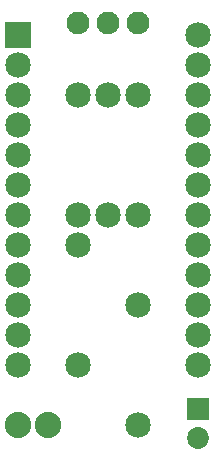
<source format=gbs>
G04 MADE WITH FRITZING*
G04 WWW.FRITZING.ORG*
G04 DOUBLE SIDED*
G04 HOLES PLATED*
G04 CONTOUR ON CENTER OF CONTOUR VECTOR*
%ASAXBY*%
%FSLAX23Y23*%
%MOIN*%
%OFA0B0*%
%SFA1.0B1.0*%
%ADD10C,0.085000*%
%ADD11C,0.076000*%
%ADD12C,0.072992*%
%ADD13C,0.088000*%
%ADD14R,0.085000X0.085000*%
%ADD15R,0.072992X0.072992*%
%LNMASK0*%
G90*
G70*
G54D10*
X551Y152D03*
X551Y552D03*
X551Y152D03*
X551Y552D03*
G54D11*
X351Y1494D03*
X451Y1494D03*
X551Y1494D03*
X351Y1494D03*
X451Y1494D03*
X551Y1494D03*
G54D10*
X151Y1452D03*
X751Y1452D03*
X151Y1352D03*
X751Y1352D03*
X151Y1252D03*
X751Y1252D03*
X151Y1152D03*
X751Y1152D03*
X151Y1052D03*
X751Y1052D03*
X151Y952D03*
X751Y952D03*
X151Y852D03*
X751Y852D03*
X151Y752D03*
X751Y752D03*
X151Y652D03*
X751Y652D03*
X151Y552D03*
X751Y552D03*
X151Y452D03*
X751Y452D03*
X151Y352D03*
X751Y352D03*
G54D12*
X751Y207D03*
X751Y109D03*
G54D10*
X351Y352D03*
X351Y752D03*
X351Y352D03*
X351Y752D03*
G54D13*
X251Y152D03*
X151Y152D03*
G54D10*
X551Y1252D03*
X551Y852D03*
X551Y1252D03*
X551Y852D03*
X451Y1252D03*
X451Y852D03*
X451Y1252D03*
X451Y852D03*
X351Y1252D03*
X351Y852D03*
X351Y1252D03*
X351Y852D03*
G54D14*
X151Y1452D03*
G54D15*
X751Y207D03*
G04 End of Mask0*
M02*
</source>
